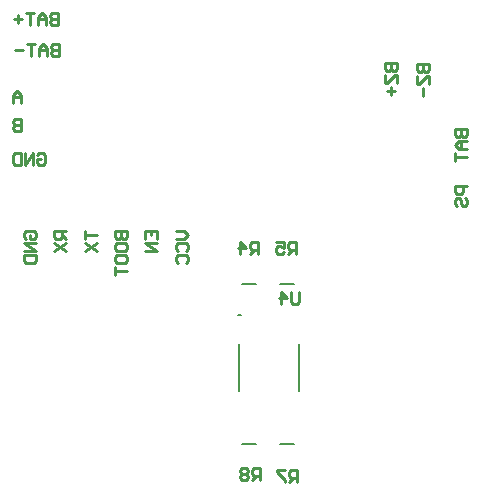
<source format=gbo>
G04*
G04 #@! TF.GenerationSoftware,Altium Limited,Altium Designer,20.0.2 (26)*
G04*
G04 Layer_Color=32896*
%FSLAX25Y25*%
%MOIN*%
G70*
G01*
G75*
%ADD10C,0.00787*%
%ADD14C,0.00500*%
%ADD15C,0.01000*%
D10*
X150271Y138600D02*
X149484D01*
X150271D01*
X163438Y95643D02*
X168162D01*
X150738D02*
X155462D01*
X163438Y149000D02*
X168162D01*
X150738D02*
X155462D01*
D14*
X169621Y113226D02*
Y128974D01*
X149779Y113226D02*
Y128974D01*
D15*
X82399Y192032D02*
X83065Y192699D01*
X84398D01*
X85065Y192032D01*
Y189366D01*
X84398Y188700D01*
X83065D01*
X82399Y189366D01*
Y190699D01*
X83732D01*
X81066Y188700D02*
Y192699D01*
X78400Y188700D01*
Y192699D01*
X77067D02*
Y188700D01*
X75068D01*
X74401Y189366D01*
Y192032D01*
X75068Y192699D01*
X77067D01*
Y203899D02*
Y199900D01*
X75068D01*
X74401Y200567D01*
Y201233D01*
X75068Y201899D01*
X77067D01*
X75068D01*
X74401Y202566D01*
Y203232D01*
X75068Y203899D01*
X77067D01*
Y209300D02*
Y211966D01*
X75734Y213299D01*
X74401Y211966D01*
Y209300D01*
Y211299D01*
X77067D01*
X221801Y200800D02*
X225800D01*
Y198801D01*
X225134Y198134D01*
X224467D01*
X223801Y198801D01*
Y200800D01*
Y198801D01*
X223134Y198134D01*
X222468D01*
X221801Y198801D01*
Y200800D01*
X225800Y196801D02*
X223134D01*
X221801Y195468D01*
X223134Y194135D01*
X225800D01*
X223801D01*
Y196801D01*
X221801Y192803D02*
Y190137D01*
Y191470D01*
X225800D01*
Y181700D02*
X221801D01*
Y179701D01*
X222468Y179034D01*
X223801D01*
X224467Y179701D01*
Y181700D01*
X222468Y175036D02*
X221801Y175702D01*
Y177035D01*
X222468Y177701D01*
X223134D01*
X223801Y177035D01*
Y175702D01*
X224467Y175036D01*
X225134D01*
X225800Y175702D01*
Y177035D01*
X225134Y177701D01*
X198401Y222700D02*
X202400D01*
Y220701D01*
X201733Y220034D01*
X201067D01*
X200401Y220701D01*
Y222700D01*
Y220701D01*
X199734Y220034D01*
X199068D01*
X198401Y220701D01*
Y222700D01*
Y218701D02*
Y216036D01*
X199068D01*
X201733Y218701D01*
X202400D01*
Y216036D01*
X200401Y214703D02*
Y212037D01*
X199068Y213370D02*
X201733D01*
X209201Y222500D02*
X213200D01*
Y220501D01*
X212534Y219834D01*
X211867D01*
X211201Y220501D01*
Y222500D01*
Y220501D01*
X210534Y219834D01*
X209868D01*
X209201Y220501D01*
Y222500D01*
Y218501D02*
Y215835D01*
X209868D01*
X212534Y218501D01*
X213200D01*
Y215835D01*
X211201Y214503D02*
Y211837D01*
X89700Y229199D02*
Y225200D01*
X87701D01*
X87034Y225866D01*
Y226533D01*
X87701Y227199D01*
X89700D01*
X87701D01*
X87034Y227866D01*
Y228532D01*
X87701Y229199D01*
X89700D01*
X85701Y225200D02*
Y227866D01*
X84368Y229199D01*
X83035Y227866D01*
Y225200D01*
Y227199D01*
X85701D01*
X81703Y229199D02*
X79037D01*
X80370D01*
Y225200D01*
X77704Y227199D02*
X75038D01*
X89500Y239299D02*
Y235300D01*
X87501D01*
X86834Y235966D01*
Y236633D01*
X87501Y237299D01*
X89500D01*
X87501D01*
X86834Y237966D01*
Y238632D01*
X87501Y239299D01*
X89500D01*
X85501Y235300D02*
Y237966D01*
X84168Y239299D01*
X82836Y237966D01*
Y235300D01*
Y237299D01*
X85501D01*
X81503Y239299D02*
X78837D01*
X80170D01*
Y235300D01*
X77504Y237299D02*
X74838D01*
X76171Y238632D02*
Y235966D01*
X78768Y163934D02*
X78101Y164601D01*
Y165934D01*
X78768Y166600D01*
X81434D01*
X82100Y165934D01*
Y164601D01*
X81434Y163934D01*
X80101D01*
Y165267D01*
X82100Y162601D02*
X78101D01*
X82100Y159935D01*
X78101D01*
Y158603D02*
X82100D01*
Y156603D01*
X81434Y155937D01*
X78768D01*
X78101Y156603D01*
Y158603D01*
X92220Y166600D02*
X88221D01*
Y164601D01*
X88888Y163934D01*
X90221D01*
X90887Y164601D01*
Y166600D01*
Y165267D02*
X92220Y163934D01*
X88221Y162601D02*
X92220Y159935D01*
X88221D02*
X92220Y162601D01*
X98341Y166600D02*
Y163934D01*
Y165267D01*
X102340D01*
X98341Y162601D02*
X102340Y159935D01*
X98341D02*
X102340Y162601D01*
X108461Y166600D02*
X112460D01*
Y164601D01*
X111794Y163934D01*
X111127D01*
X110461Y164601D01*
Y166600D01*
Y164601D01*
X109794Y163934D01*
X109128D01*
X108461Y164601D01*
Y166600D01*
Y160602D02*
Y161935D01*
X109128Y162601D01*
X111794D01*
X112460Y161935D01*
Y160602D01*
X111794Y159935D01*
X109128D01*
X108461Y160602D01*
Y156603D02*
Y157936D01*
X109128Y158603D01*
X111794D01*
X112460Y157936D01*
Y156603D01*
X111794Y155937D01*
X109128D01*
X108461Y156603D01*
Y154604D02*
Y151938D01*
Y153271D01*
X112460D01*
X118581Y163934D02*
Y166600D01*
X122580D01*
Y163934D01*
X120581Y166600D02*
Y165267D01*
X122580Y162601D02*
X118581D01*
X122580Y159935D01*
X118581D01*
X128701Y166600D02*
X131367D01*
X132700Y165267D01*
X131367Y163934D01*
X128701D01*
X129368Y159935D02*
X128701Y160602D01*
Y161935D01*
X129368Y162601D01*
X132034D01*
X132700Y161935D01*
Y160602D01*
X132034Y159935D01*
X129368Y155937D02*
X128701Y156603D01*
Y157936D01*
X129368Y158603D01*
X132034D01*
X132700Y157936D01*
Y156603D01*
X132034Y155937D01*
X156600Y83743D02*
Y87742D01*
X154601D01*
X153934Y87076D01*
Y85743D01*
X154601Y85076D01*
X156600D01*
X155267D02*
X153934Y83743D01*
X152601Y87076D02*
X151935Y87742D01*
X150602D01*
X149935Y87076D01*
Y86409D01*
X150602Y85743D01*
X149935Y85076D01*
Y84410D01*
X150602Y83743D01*
X151935D01*
X152601Y84410D01*
Y85076D01*
X151935Y85743D01*
X152601Y86409D01*
Y87076D01*
X151935Y85743D02*
X150602D01*
X169100Y83143D02*
Y87142D01*
X167101D01*
X166434Y86476D01*
Y85143D01*
X167101Y84476D01*
X169100D01*
X167767D02*
X166434Y83143D01*
X165101Y87142D02*
X162435D01*
Y86476D01*
X165101Y83810D01*
Y83143D01*
X168700Y159100D02*
Y163099D01*
X166701D01*
X166034Y162432D01*
Y161099D01*
X166701Y160433D01*
X168700D01*
X167367D02*
X166034Y159100D01*
X162036Y163099D02*
X164701D01*
Y161099D01*
X163368Y161766D01*
X162702D01*
X162036Y161099D01*
Y159766D01*
X162702Y159100D01*
X164035D01*
X164701Y159766D01*
X156000Y159100D02*
Y163099D01*
X154001D01*
X153334Y162432D01*
Y161099D01*
X154001Y160433D01*
X156000D01*
X154667D02*
X153334Y159100D01*
X150002D02*
Y163099D01*
X152001Y161099D01*
X149336D01*
X169600Y146399D02*
Y143067D01*
X168933Y142400D01*
X167601D01*
X166934Y143067D01*
Y146399D01*
X163602Y142400D02*
Y146399D01*
X165601Y144399D01*
X162935D01*
M02*

</source>
